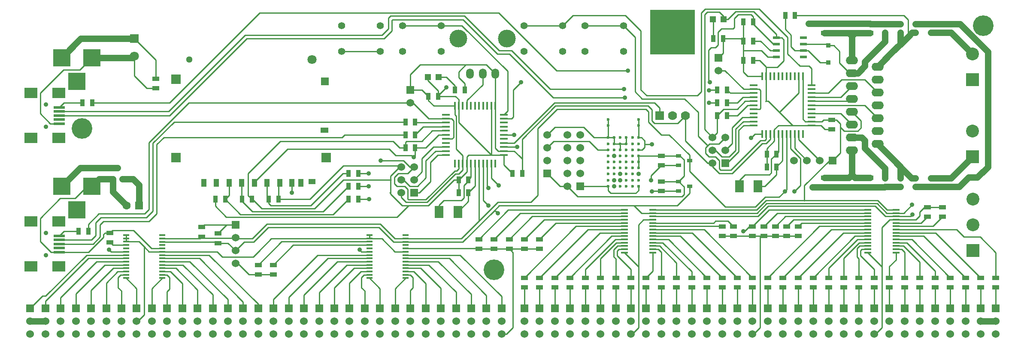
<source format=gtl>
G04 (created by PCBNEW (2013-may-18)-stable) date Tue 18 Mar 2014 20:31:26 GMT*
%MOIN*%
G04 Gerber Fmt 3.4, Leading zero omitted, Abs format*
%FSLAX34Y34*%
G01*
G70*
G90*
G04 APERTURE LIST*
%ADD10C,0.00590551*%
%ADD11C,0.07*%
%ADD12R,0.07X0.07*%
%ADD13R,0.35X0.35*%
%ADD14R,0.016X0.06*%
%ADD15R,0.06X0.016*%
%ADD16R,0.0906X0.0197*%
%ADD17R,0.0984X0.0787*%
%ADD18C,0.0354*%
%ADD19R,0.0315X0.0394*%
%ADD20R,0.0394X0.0315*%
%ADD21C,0.023622*%
%ADD22R,0.023622X0.023622*%
%ADD23R,0.0579X0.0165*%
%ADD24C,0.055*%
%ADD25R,0.05X0.016*%
%ADD26R,0.0335X0.0335*%
%ADD27R,0.0551X0.0236*%
%ADD28R,0.055X0.035*%
%ADD29R,0.035X0.055*%
%ADD30R,0.06X0.06*%
%ADD31C,0.06*%
%ADD32O,0.0944882X0.0629921*%
%ADD33R,0.0472X0.0472*%
%ADD34R,0.0669291X0.0944882*%
%ADD35R,0.0708661X0.0708661*%
%ADD36C,0.0708661*%
%ADD37R,0.0629921X0.0629921*%
%ADD38C,0.0629921*%
%ADD39R,0.1X0.1*%
%ADD40C,0.1*%
%ADD41R,0.1378X0.1378*%
%ADD42R,0.0315X0.0236*%
%ADD43R,0.0413X0.0614*%
%ADD44R,0.0531X0.0433*%
%ADD45R,0.0748X0.0748*%
%ADD46R,0.063X0.0433*%
%ADD47R,0.063X0.063*%
%ADD48C,0.0512*%
%ADD49C,0.0709*%
%ADD50C,0.16*%
%ADD51O,0.0590551X0.0787402*%
%ADD52C,0.137795*%
%ADD53C,0.035*%
%ADD54C,0.01*%
%ADD55C,0.05*%
G04 APERTURE END LIST*
G54D10*
G54D11*
X102870Y-68000D03*
G54D12*
X100870Y-68000D03*
G54D11*
X101870Y-68000D03*
G54D13*
X101870Y-61500D03*
G54D14*
X110397Y-64950D03*
X110082Y-64950D03*
X109767Y-64950D03*
X109452Y-64950D03*
X109137Y-64950D03*
X108822Y-64950D03*
X110712Y-64950D03*
X111027Y-64950D03*
X111342Y-64950D03*
X111657Y-64950D03*
X111972Y-64950D03*
X110397Y-69450D03*
X110082Y-69450D03*
X109767Y-69450D03*
X109452Y-69450D03*
X109137Y-69450D03*
X108822Y-69450D03*
X110712Y-69450D03*
X111027Y-69450D03*
X111342Y-69450D03*
X111657Y-69450D03*
X111972Y-69450D03*
G54D15*
X108147Y-67200D03*
X112647Y-67200D03*
X108147Y-67515D03*
X112647Y-67515D03*
X112647Y-67830D03*
X108147Y-67830D03*
X108147Y-68145D03*
X112647Y-68145D03*
X112647Y-68460D03*
X108147Y-68460D03*
X108147Y-68775D03*
X112647Y-68775D03*
X112647Y-66885D03*
X108147Y-66885D03*
X108147Y-66570D03*
X112647Y-66570D03*
X112647Y-66255D03*
X108147Y-66255D03*
X108147Y-65940D03*
X112647Y-65940D03*
X112647Y-65625D03*
X108147Y-65625D03*
G54D16*
X54212Y-67370D03*
X54212Y-67685D03*
X54212Y-68000D03*
X54212Y-68315D03*
X54212Y-68630D03*
G54D17*
X54173Y-66248D03*
X52008Y-66248D03*
X54173Y-69752D03*
X52008Y-69752D03*
G54D18*
X53189Y-67134D03*
X53189Y-68866D03*
G54D16*
X54212Y-77370D03*
X54212Y-77685D03*
X54212Y-78000D03*
X54212Y-78315D03*
X54212Y-78630D03*
G54D17*
X54173Y-76248D03*
X52008Y-76248D03*
X54173Y-79752D03*
X52008Y-79752D03*
G54D18*
X53189Y-77134D03*
X53189Y-78866D03*
G54D19*
X58759Y-72067D03*
X59134Y-72933D03*
X58384Y-72933D03*
G54D20*
X103188Y-71500D03*
X102322Y-71875D03*
X102322Y-71125D03*
X103188Y-73500D03*
X102322Y-73875D03*
X102322Y-73125D03*
G54D21*
X96850Y-68303D03*
X96850Y-68775D03*
X96850Y-69720D03*
X96850Y-70192D03*
X96850Y-70665D03*
X96850Y-71137D03*
X96850Y-71610D03*
X96850Y-72082D03*
X96850Y-72555D03*
X96850Y-73027D03*
X96850Y-73500D03*
X97322Y-73500D03*
X97322Y-73027D03*
X97322Y-72555D03*
X97322Y-72082D03*
X97322Y-71610D03*
X97322Y-71137D03*
X97322Y-70665D03*
X97322Y-70192D03*
X97322Y-69720D03*
X97795Y-69720D03*
X97795Y-70192D03*
X97795Y-70665D03*
X97795Y-71137D03*
X97795Y-71610D03*
X97795Y-72082D03*
X97795Y-72555D03*
X97795Y-73027D03*
X97795Y-73500D03*
X98267Y-73500D03*
X98267Y-73027D03*
X98267Y-72555D03*
X98267Y-72082D03*
X98267Y-71610D03*
X98267Y-71137D03*
X98267Y-70665D03*
X98267Y-70192D03*
X98267Y-69720D03*
X98740Y-69720D03*
X98740Y-70192D03*
X98740Y-70665D03*
X98740Y-71137D03*
X98740Y-71610D03*
X98740Y-72082D03*
X98740Y-72555D03*
X98740Y-73027D03*
X98740Y-73500D03*
G54D22*
X99212Y-73500D03*
G54D21*
X99212Y-73027D03*
X99212Y-72555D03*
X99212Y-72082D03*
X99212Y-71610D03*
X99212Y-71137D03*
X99212Y-70665D03*
X99212Y-70192D03*
X99212Y-69720D03*
X99212Y-68775D03*
X99212Y-68303D03*
G54D23*
X117008Y-76872D03*
X117008Y-77128D03*
X117008Y-77384D03*
X117008Y-77640D03*
X119210Y-76108D03*
X117008Y-76104D03*
X117008Y-76360D03*
X117008Y-76616D03*
X119212Y-77896D03*
X119212Y-77640D03*
X119212Y-77384D03*
X119212Y-77128D03*
X119212Y-76872D03*
X119212Y-76616D03*
X117008Y-77896D03*
X119210Y-76360D03*
X117008Y-75848D03*
X117008Y-78152D03*
X119212Y-78152D03*
X119212Y-75848D03*
X117008Y-75593D03*
X117008Y-78407D03*
X119212Y-78407D03*
X119212Y-75593D03*
X117008Y-75337D03*
X117008Y-78663D03*
X119212Y-78663D03*
X119212Y-75337D03*
X98110Y-76872D03*
X98110Y-77128D03*
X98110Y-77384D03*
X98110Y-77640D03*
X100312Y-76108D03*
X98110Y-76104D03*
X98110Y-76360D03*
X98110Y-76616D03*
X100314Y-77896D03*
X100314Y-77640D03*
X100314Y-77384D03*
X100314Y-77128D03*
X100314Y-76872D03*
X100314Y-76616D03*
X98110Y-77896D03*
X100312Y-76360D03*
X98110Y-75848D03*
X98110Y-78152D03*
X100314Y-78152D03*
X100314Y-75848D03*
X98110Y-75593D03*
X98110Y-78407D03*
X100314Y-78407D03*
X100314Y-75593D03*
X98110Y-75337D03*
X98110Y-78663D03*
X100314Y-78663D03*
X100314Y-75337D03*
G54D14*
X86515Y-67250D03*
X86200Y-67250D03*
X85885Y-67250D03*
X85570Y-67250D03*
X85255Y-67250D03*
X84940Y-67250D03*
X86830Y-67250D03*
X87145Y-67250D03*
X87460Y-67250D03*
X87775Y-67250D03*
X88090Y-67250D03*
X86515Y-71750D03*
X86200Y-71750D03*
X85885Y-71750D03*
X85570Y-71750D03*
X85255Y-71750D03*
X84940Y-71750D03*
X86830Y-71750D03*
X87145Y-71750D03*
X87460Y-71750D03*
X87775Y-71750D03*
X88090Y-71750D03*
G54D15*
X84265Y-69500D03*
X88765Y-69500D03*
X84265Y-69815D03*
X88765Y-69815D03*
X88765Y-70130D03*
X84265Y-70130D03*
X84265Y-70445D03*
X88765Y-70445D03*
X88765Y-70760D03*
X84265Y-70760D03*
X84265Y-71075D03*
X88765Y-71075D03*
X88765Y-69185D03*
X84265Y-69185D03*
X84265Y-68870D03*
X88765Y-68870D03*
X88765Y-68555D03*
X84265Y-68555D03*
X84265Y-68240D03*
X88765Y-68240D03*
X88765Y-67925D03*
X84265Y-67925D03*
G54D24*
X93330Y-61000D03*
X93330Y-63000D03*
X90330Y-61000D03*
X90330Y-63000D03*
X80881Y-63000D03*
X80881Y-61000D03*
X83881Y-63000D03*
X83881Y-61000D03*
G54D25*
X81124Y-80650D03*
X81124Y-80400D03*
X81124Y-80140D03*
X81124Y-79880D03*
X81124Y-79630D03*
X81124Y-79370D03*
X81124Y-79110D03*
X81124Y-78860D03*
X81124Y-78600D03*
X81124Y-78350D03*
X81124Y-78090D03*
X81124Y-77830D03*
X81124Y-77580D03*
X81124Y-77320D03*
X78324Y-77320D03*
X78324Y-77580D03*
X78324Y-77820D03*
X78324Y-78090D03*
X78324Y-78350D03*
X78324Y-78600D03*
X78324Y-78860D03*
X78324Y-79110D03*
X78324Y-79370D03*
X78324Y-79630D03*
X78324Y-79880D03*
X78324Y-80140D03*
X78324Y-80400D03*
X78324Y-80650D03*
X62226Y-80650D03*
X62226Y-80400D03*
X62226Y-80140D03*
X62226Y-79880D03*
X62226Y-79630D03*
X62226Y-79370D03*
X62226Y-79110D03*
X62226Y-78860D03*
X62226Y-78600D03*
X62226Y-78350D03*
X62226Y-78090D03*
X62226Y-77830D03*
X62226Y-77580D03*
X62226Y-77320D03*
X59426Y-77320D03*
X59426Y-77580D03*
X59426Y-77820D03*
X59426Y-78090D03*
X59426Y-78350D03*
X59426Y-78600D03*
X59426Y-78860D03*
X59426Y-79110D03*
X59426Y-79370D03*
X59426Y-79630D03*
X59426Y-79880D03*
X59426Y-80140D03*
X59426Y-80400D03*
X59426Y-80650D03*
G54D26*
X113940Y-63859D03*
X113940Y-62541D03*
G54D27*
X109938Y-63450D03*
X112038Y-63450D03*
X109938Y-62950D03*
X109938Y-62450D03*
X109938Y-61950D03*
X112038Y-62950D03*
X112038Y-62450D03*
X112038Y-61950D03*
G54D28*
X113976Y-81375D03*
X113976Y-80625D03*
X117519Y-81375D03*
X117519Y-80625D03*
X126968Y-80625D03*
X126968Y-81375D03*
X125787Y-80625D03*
X125787Y-81375D03*
X116338Y-81375D03*
X116338Y-80625D03*
X115157Y-81375D03*
X115157Y-80625D03*
X118700Y-80625D03*
X118700Y-81375D03*
X112795Y-81375D03*
X112795Y-80625D03*
X111614Y-81375D03*
X111614Y-80625D03*
X110433Y-81375D03*
X110433Y-80625D03*
X122834Y-75875D03*
X122834Y-75125D03*
X93897Y-81375D03*
X93897Y-80625D03*
X121653Y-75875D03*
X121653Y-75125D03*
X111614Y-76625D03*
X111614Y-77375D03*
X110728Y-76625D03*
X110728Y-77375D03*
X109842Y-76625D03*
X109842Y-77375D03*
X108956Y-76625D03*
X108956Y-77375D03*
X108070Y-76625D03*
X108070Y-77375D03*
X95078Y-81375D03*
X95078Y-80625D03*
X58169Y-77875D03*
X58169Y-77125D03*
X90354Y-81375D03*
X90354Y-80625D03*
X96259Y-81375D03*
X96259Y-80625D03*
X97440Y-81375D03*
X97440Y-80625D03*
X98622Y-81375D03*
X98622Y-80625D03*
X108070Y-80625D03*
X108070Y-81375D03*
X106889Y-80625D03*
X106889Y-81375D03*
X105708Y-80625D03*
X105708Y-81375D03*
X104527Y-80625D03*
X104527Y-81375D03*
X92716Y-81375D03*
X92716Y-80625D03*
X103346Y-80625D03*
X103346Y-81375D03*
X102165Y-80625D03*
X102165Y-81375D03*
X100984Y-80625D03*
X100984Y-81375D03*
X99803Y-80625D03*
X99803Y-81375D03*
X70866Y-79625D03*
X70866Y-80375D03*
X69685Y-79625D03*
X69685Y-80375D03*
X124606Y-80625D03*
X124606Y-81375D03*
X105708Y-76625D03*
X105708Y-77375D03*
X106594Y-76625D03*
X106594Y-77375D03*
X91535Y-77625D03*
X91535Y-78375D03*
X90354Y-77625D03*
X90354Y-78375D03*
X89173Y-77625D03*
X89173Y-78375D03*
X87992Y-77625D03*
X87992Y-78375D03*
X86811Y-77625D03*
X86811Y-78375D03*
X100984Y-73125D03*
X100984Y-73875D03*
X100984Y-71125D03*
X100984Y-71875D03*
X61712Y-65125D03*
X61712Y-65875D03*
X91535Y-81375D03*
X91535Y-80625D03*
X119881Y-80625D03*
X119881Y-81375D03*
X121062Y-80625D03*
X121062Y-81375D03*
X122244Y-80625D03*
X122244Y-81375D03*
X123425Y-80625D03*
X123425Y-81375D03*
G54D29*
X67107Y-74500D03*
X66357Y-74500D03*
X109922Y-72000D03*
X109172Y-72000D03*
G54D28*
X117188Y-72825D03*
X117188Y-73575D03*
X116007Y-72825D03*
X116007Y-73575D03*
X114826Y-72825D03*
X114826Y-73575D03*
X113645Y-72825D03*
X113645Y-73575D03*
X117188Y-61575D03*
X117188Y-60825D03*
X116007Y-61575D03*
X116007Y-60825D03*
X113645Y-61575D03*
X113645Y-60825D03*
G54D29*
X107365Y-63700D03*
X108115Y-63700D03*
G54D28*
X114236Y-68325D03*
X114236Y-69075D03*
G54D29*
X56477Y-77000D03*
X55727Y-77000D03*
X70491Y-74500D03*
X71241Y-74500D03*
X68424Y-74500D03*
X69174Y-74500D03*
G54D28*
X114826Y-61575D03*
X114826Y-60825D03*
G54D29*
X76691Y-72500D03*
X77441Y-72500D03*
X76691Y-73500D03*
X77441Y-73500D03*
X76691Y-74500D03*
X77441Y-74500D03*
X85709Y-66000D03*
X84959Y-66000D03*
X81121Y-68500D03*
X81871Y-68500D03*
X81121Y-69500D03*
X81871Y-69500D03*
X81871Y-70500D03*
X81121Y-70500D03*
X86004Y-73000D03*
X85254Y-73000D03*
X86004Y-74000D03*
X85254Y-74000D03*
G54D28*
X65300Y-76675D03*
X65300Y-77425D03*
G54D29*
X107365Y-60700D03*
X108115Y-60700D03*
X107365Y-62200D03*
X108115Y-62200D03*
X111363Y-60200D03*
X110613Y-60200D03*
G54D28*
X66550Y-77175D03*
X66550Y-77925D03*
G54D29*
X105333Y-67000D03*
X106083Y-67000D03*
X105333Y-66000D03*
X106083Y-66000D03*
X105788Y-62000D03*
X105038Y-62000D03*
X82892Y-66500D03*
X83642Y-66500D03*
X90175Y-72500D03*
X89425Y-72500D03*
X56772Y-67000D03*
X56022Y-67000D03*
X106083Y-68000D03*
X105333Y-68000D03*
X109922Y-71000D03*
X109172Y-71000D03*
G54D30*
X114295Y-71500D03*
G54D31*
X113295Y-71500D03*
X112295Y-71500D03*
X111295Y-71500D03*
G54D30*
X92125Y-72500D03*
G54D31*
X92125Y-71500D03*
X92125Y-70500D03*
X92125Y-69500D03*
G54D30*
X67913Y-76500D03*
G54D31*
X67913Y-77500D03*
X67913Y-78500D03*
X67913Y-79500D03*
G54D30*
X105968Y-71700D03*
G54D31*
X104968Y-71700D03*
X105968Y-70700D03*
X104968Y-70700D03*
X105968Y-69700D03*
X104968Y-69700D03*
G54D30*
X81791Y-74000D03*
G54D31*
X80791Y-74000D03*
X81791Y-73000D03*
X80791Y-73000D03*
X81791Y-72000D03*
X80791Y-72000D03*
G54D30*
X68503Y-83000D03*
G54D31*
X68503Y-84000D03*
X68503Y-85000D03*
G54D30*
X82677Y-83000D03*
G54D31*
X82677Y-84000D03*
X82677Y-85000D03*
G54D30*
X83858Y-83000D03*
G54D31*
X83858Y-84000D03*
X83858Y-85000D03*
G54D30*
X67322Y-83000D03*
G54D31*
X67322Y-84000D03*
X67322Y-85000D03*
G54D30*
X62598Y-83000D03*
G54D31*
X62598Y-84000D03*
X62598Y-85000D03*
G54D30*
X69685Y-83000D03*
G54D31*
X69685Y-84000D03*
X69685Y-85000D03*
G54D30*
X70866Y-83000D03*
G54D31*
X70866Y-84000D03*
X70866Y-85000D03*
G54D30*
X85039Y-83000D03*
G54D31*
X85039Y-84000D03*
X85039Y-85000D03*
G54D30*
X86220Y-83000D03*
G54D31*
X86220Y-84000D03*
X86220Y-85000D03*
G54D30*
X87401Y-83000D03*
G54D31*
X87401Y-84000D03*
X87401Y-85000D03*
G54D30*
X72047Y-83000D03*
G54D31*
X72047Y-84000D03*
X72047Y-85000D03*
G54D30*
X88582Y-83000D03*
G54D31*
X88582Y-84000D03*
X88582Y-85000D03*
G54D30*
X79133Y-83000D03*
G54D31*
X79133Y-84000D03*
X79133Y-85000D03*
G54D30*
X75590Y-83000D03*
G54D31*
X75590Y-84000D03*
X75590Y-85000D03*
G54D30*
X74409Y-83000D03*
G54D31*
X74409Y-84000D03*
X74409Y-85000D03*
G54D30*
X73228Y-83000D03*
G54D31*
X73228Y-84000D03*
X73228Y-85000D03*
G54D30*
X53149Y-83000D03*
G54D31*
X53149Y-84000D03*
X53149Y-85000D03*
G54D30*
X54330Y-83000D03*
G54D31*
X54330Y-84000D03*
X54330Y-85000D03*
G54D30*
X55511Y-83000D03*
G54D31*
X55511Y-84000D03*
X55511Y-85000D03*
G54D30*
X76771Y-83000D03*
G54D31*
X76771Y-84000D03*
X76771Y-85000D03*
G54D30*
X51968Y-83000D03*
G54D31*
X51968Y-84000D03*
X51968Y-85000D03*
G54D30*
X77952Y-83000D03*
G54D31*
X77952Y-84000D03*
X77952Y-85000D03*
G54D30*
X66141Y-83000D03*
G54D31*
X66141Y-84000D03*
X66141Y-85000D03*
G54D30*
X80314Y-83000D03*
G54D31*
X80314Y-84000D03*
X80314Y-85000D03*
G54D30*
X81496Y-83000D03*
G54D31*
X81496Y-84000D03*
X81496Y-85000D03*
G54D30*
X56692Y-83000D03*
G54D31*
X56692Y-84000D03*
X56692Y-85000D03*
G54D30*
X57874Y-83000D03*
G54D31*
X57874Y-84000D03*
X57874Y-85000D03*
G54D30*
X59055Y-83000D03*
G54D31*
X59055Y-84000D03*
X59055Y-85000D03*
G54D30*
X60236Y-83000D03*
G54D31*
X60236Y-84000D03*
X60236Y-85000D03*
G54D30*
X61417Y-83000D03*
G54D31*
X61417Y-84000D03*
X61417Y-85000D03*
G54D30*
X63779Y-83000D03*
G54D31*
X63779Y-84000D03*
X63779Y-85000D03*
G54D30*
X64960Y-83000D03*
G54D31*
X64960Y-84000D03*
X64960Y-85000D03*
G54D30*
X119881Y-83000D03*
G54D31*
X119881Y-84000D03*
X119881Y-85000D03*
G54D30*
X116338Y-83000D03*
G54D31*
X116338Y-84000D03*
X116338Y-85000D03*
G54D30*
X115157Y-83000D03*
G54D31*
X115157Y-84000D03*
X115157Y-85000D03*
G54D30*
X113976Y-83000D03*
G54D31*
X113976Y-84000D03*
X113976Y-85000D03*
G54D30*
X112795Y-83000D03*
G54D31*
X112795Y-84000D03*
X112795Y-85000D03*
G54D30*
X111614Y-83000D03*
G54D31*
X111614Y-84000D03*
X111614Y-85000D03*
G54D30*
X110433Y-83000D03*
G54D31*
X110433Y-84000D03*
X110433Y-85000D03*
G54D30*
X118700Y-83000D03*
G54D31*
X118700Y-84000D03*
X118700Y-85000D03*
G54D30*
X97440Y-83000D03*
G54D31*
X97440Y-84000D03*
X97440Y-85000D03*
G54D30*
X121062Y-83000D03*
G54D31*
X121062Y-84000D03*
X121062Y-85000D03*
G54D30*
X122244Y-83000D03*
G54D31*
X122244Y-84000D03*
X122244Y-85000D03*
G54D30*
X123425Y-83000D03*
G54D31*
X123425Y-84000D03*
X123425Y-85000D03*
G54D30*
X124606Y-83000D03*
G54D31*
X124606Y-84000D03*
X124606Y-85000D03*
G54D30*
X125787Y-83000D03*
G54D31*
X125787Y-84000D03*
X125787Y-85000D03*
G54D30*
X126968Y-83000D03*
G54D31*
X126968Y-84000D03*
X126968Y-85000D03*
G54D30*
X98622Y-83000D03*
G54D31*
X98622Y-84000D03*
X98622Y-85000D03*
G54D30*
X96259Y-83000D03*
G54D31*
X96259Y-84000D03*
X96259Y-85000D03*
G54D30*
X117519Y-83000D03*
G54D31*
X117519Y-84000D03*
X117519Y-85000D03*
G54D30*
X95078Y-83000D03*
G54D31*
X95078Y-84000D03*
X95078Y-85000D03*
G54D30*
X93897Y-83000D03*
G54D31*
X93897Y-84000D03*
X93897Y-85000D03*
G54D30*
X92716Y-83000D03*
G54D31*
X92716Y-84000D03*
X92716Y-85000D03*
G54D30*
X91535Y-83000D03*
G54D31*
X91535Y-84000D03*
X91535Y-85000D03*
G54D30*
X90354Y-83000D03*
G54D31*
X90354Y-84000D03*
X90354Y-85000D03*
G54D30*
X99803Y-83000D03*
G54D31*
X99803Y-84000D03*
X99803Y-85000D03*
G54D30*
X100984Y-83000D03*
G54D31*
X100984Y-84000D03*
X100984Y-85000D03*
G54D30*
X102165Y-83000D03*
G54D31*
X102165Y-84000D03*
X102165Y-85000D03*
G54D30*
X103346Y-83000D03*
G54D31*
X103346Y-84000D03*
X103346Y-85000D03*
G54D30*
X104527Y-83000D03*
G54D31*
X104527Y-84000D03*
X104527Y-85000D03*
G54D30*
X105708Y-83000D03*
G54D31*
X105708Y-84000D03*
X105708Y-85000D03*
G54D30*
X106889Y-83000D03*
G54D31*
X106889Y-84000D03*
X106889Y-85000D03*
G54D30*
X108070Y-83000D03*
G54D31*
X108070Y-84000D03*
X108070Y-85000D03*
G54D30*
X105413Y-63500D03*
G54D31*
X105413Y-64500D03*
G54D30*
X81496Y-66000D03*
G54D31*
X81496Y-67000D03*
G54D32*
X115779Y-63700D03*
X117779Y-64200D03*
X115779Y-64700D03*
X117779Y-65200D03*
X115779Y-65700D03*
X117779Y-66200D03*
X115779Y-66700D03*
X117779Y-67200D03*
X115779Y-67700D03*
X117779Y-68200D03*
X115779Y-68700D03*
X117779Y-69200D03*
X115779Y-69700D03*
X117779Y-70200D03*
X115779Y-70700D03*
G54D33*
X105000Y-60500D03*
X105826Y-60500D03*
X83680Y-65000D03*
X82854Y-65000D03*
G54D34*
X108503Y-73500D03*
X107047Y-73500D03*
X85177Y-75500D03*
X83720Y-75500D03*
G54D35*
X60050Y-62011D03*
G54D36*
X60050Y-63388D03*
G54D37*
X60433Y-75000D03*
G54D38*
X59448Y-75000D03*
G54D39*
X125196Y-78500D03*
G54D40*
X125196Y-76500D03*
X125196Y-74500D03*
G54D41*
X56771Y-63500D03*
X54409Y-63500D03*
X55590Y-65350D03*
X56771Y-73500D03*
X54409Y-73500D03*
X55590Y-75350D03*
G54D28*
X109251Y-81375D03*
X109251Y-80625D03*
G54D39*
X125161Y-65200D03*
G54D40*
X125161Y-63200D03*
G54D42*
X121913Y-73535D03*
X121913Y-72865D03*
X118370Y-61535D03*
X118370Y-60865D03*
X119551Y-61535D03*
X119551Y-60865D03*
X118370Y-72865D03*
X118370Y-73535D03*
X120732Y-73535D03*
X120732Y-72865D03*
X121913Y-60865D03*
X121913Y-61535D03*
X120732Y-60865D03*
X120732Y-61535D03*
X119551Y-72865D03*
X119551Y-73535D03*
G54D39*
X125161Y-71200D03*
G54D40*
X125161Y-69200D03*
G54D30*
X94692Y-73500D03*
G54D31*
X93692Y-73500D03*
X94692Y-72500D03*
X93692Y-72500D03*
X94692Y-71500D03*
X93692Y-71500D03*
X94692Y-70500D03*
X93692Y-70500D03*
X94692Y-69500D03*
X93692Y-69500D03*
G54D30*
X109251Y-83000D03*
G54D31*
X109251Y-84000D03*
X109251Y-85000D03*
G54D24*
X76157Y-63000D03*
X76157Y-61000D03*
X79157Y-63000D03*
X79157Y-61000D03*
X98055Y-61000D03*
X98055Y-63000D03*
X95055Y-61000D03*
X95055Y-63000D03*
G54D43*
X65444Y-73226D03*
X66428Y-73226D03*
X67413Y-73226D03*
X68397Y-73226D03*
X69381Y-73226D03*
X70365Y-73226D03*
X71350Y-73226D03*
X72302Y-73226D03*
X72972Y-73226D03*
G54D44*
X73869Y-73136D03*
G54D45*
X63287Y-71270D03*
X63287Y-65187D03*
X74948Y-71270D03*
G54D46*
X74822Y-69144D03*
G54D47*
X74842Y-65337D03*
G54D48*
X64330Y-63632D03*
G54D49*
X73858Y-63632D03*
G54D50*
X56000Y-69000D03*
X126000Y-61000D03*
X88000Y-80000D03*
G54D51*
X86122Y-64755D03*
X87106Y-64755D03*
X88090Y-64755D03*
G54D52*
X85216Y-62000D03*
X88996Y-62000D03*
G54D53*
X81750Y-71250D03*
X107350Y-77000D03*
X110585Y-73900D03*
X120500Y-75700D03*
X90100Y-65400D03*
X104750Y-65400D03*
X72300Y-74000D03*
X78250Y-73500D03*
X88300Y-75600D03*
X87550Y-75000D03*
X111335Y-73900D03*
X120450Y-74950D03*
X79200Y-71500D03*
X78250Y-72500D03*
X89550Y-69500D03*
X78300Y-74500D03*
X88350Y-73450D03*
X58100Y-78450D03*
X87550Y-73650D03*
X77550Y-78450D03*
X89800Y-70450D03*
X84300Y-65800D03*
X112712Y-73574D03*
X112409Y-60826D03*
X100240Y-70250D03*
X104700Y-67000D03*
X98150Y-66600D03*
X104700Y-66050D03*
X98100Y-65950D03*
X126342Y-67200D03*
X107950Y-69750D03*
X98400Y-64500D03*
X97795Y-73027D03*
X100250Y-73900D03*
X97795Y-72555D03*
X100200Y-73050D03*
X99212Y-72555D03*
X97322Y-73027D03*
X97322Y-73500D03*
X97322Y-71137D03*
G54D54*
X69381Y-73226D02*
X69381Y-73168D01*
X81600Y-71100D02*
X81750Y-71250D01*
X80350Y-71100D02*
X81600Y-71100D01*
X79850Y-70600D02*
X80350Y-71100D01*
X71950Y-70600D02*
X79850Y-70600D01*
X69381Y-73168D02*
X71950Y-70600D01*
X81871Y-70500D02*
X81871Y-71128D01*
X81871Y-71128D02*
X81750Y-71250D01*
X84265Y-69500D02*
X83677Y-69500D01*
X82677Y-70500D02*
X81871Y-70500D01*
X83677Y-69500D02*
X82677Y-70500D01*
X102322Y-73125D02*
X102322Y-73132D01*
X94492Y-74300D02*
X93692Y-73500D01*
X102590Y-74300D02*
X94492Y-74300D01*
X102740Y-74150D02*
X102590Y-74300D01*
X102740Y-73550D02*
X102740Y-74150D01*
X102322Y-73132D02*
X102740Y-73550D01*
X102322Y-71125D02*
X102415Y-71125D01*
X102740Y-72707D02*
X102322Y-73125D01*
X102740Y-71450D02*
X102740Y-72707D01*
X102415Y-71125D02*
X102740Y-71450D01*
X100984Y-73125D02*
X102322Y-73125D01*
X100984Y-71125D02*
X102322Y-71125D01*
X99212Y-71137D02*
X100833Y-71137D01*
X100833Y-71137D02*
X100846Y-71125D01*
X99212Y-71610D02*
X99212Y-72082D01*
X99212Y-71137D02*
X99212Y-71610D01*
X93692Y-73500D02*
X93125Y-73500D01*
X93125Y-73500D02*
X92125Y-72500D01*
X81496Y-66000D02*
X81496Y-64803D01*
X82250Y-64050D02*
X86100Y-64050D01*
X81496Y-64803D02*
X82250Y-64050D01*
X85709Y-66000D02*
X85709Y-65509D01*
X85709Y-65509D02*
X85250Y-65050D01*
X85250Y-65050D02*
X85250Y-64600D01*
X85250Y-64600D02*
X85800Y-64050D01*
X85800Y-64050D02*
X86100Y-64050D01*
X87384Y-64050D02*
X88090Y-64755D01*
X86100Y-64050D02*
X87384Y-64050D01*
X88090Y-67250D02*
X88090Y-64756D01*
X88090Y-64756D02*
X88090Y-64755D01*
X90175Y-72500D02*
X90175Y-69825D01*
X102270Y-68600D02*
X102870Y-68000D01*
X100450Y-68600D02*
X102270Y-68600D01*
X100250Y-68400D02*
X100450Y-68600D01*
X100250Y-67550D02*
X100250Y-68400D01*
X99950Y-67250D02*
X100250Y-67550D01*
X92750Y-67250D02*
X99950Y-67250D01*
X90175Y-69825D02*
X92750Y-67250D01*
X102870Y-68000D02*
X102870Y-69970D01*
X102870Y-69970D02*
X104600Y-71700D01*
X104600Y-71700D02*
X104968Y-71700D01*
X114295Y-71500D02*
X114300Y-71500D01*
X114700Y-71100D02*
X114700Y-71095D01*
X114300Y-71500D02*
X114700Y-71100D01*
X81496Y-66000D02*
X82392Y-66000D01*
X82392Y-66000D02*
X82892Y-66500D01*
X67913Y-76500D02*
X67225Y-76500D01*
X67225Y-76500D02*
X66550Y-77175D01*
X67913Y-76500D02*
X65475Y-76500D01*
X65475Y-76500D02*
X65300Y-76675D01*
X114295Y-71500D02*
X114050Y-71500D01*
X112100Y-74649D02*
X112100Y-74600D01*
X112100Y-73450D02*
X112100Y-74649D01*
X114050Y-71500D02*
X112100Y-73450D01*
X88090Y-67250D02*
X88090Y-70540D01*
X88090Y-70540D02*
X88310Y-70760D01*
X88310Y-70760D02*
X88765Y-70760D01*
X84940Y-67250D02*
X84940Y-67935D01*
X85570Y-71120D02*
X85570Y-71750D01*
X85050Y-70600D02*
X85570Y-71120D01*
X85050Y-68044D02*
X85050Y-70600D01*
X84940Y-67935D02*
X85050Y-68044D01*
X82892Y-66500D02*
X82892Y-66829D01*
X82892Y-66829D02*
X83312Y-67250D01*
X83312Y-67250D02*
X84940Y-67250D01*
X85570Y-71750D02*
X85570Y-72229D01*
X80791Y-74391D02*
X80791Y-74000D01*
X81150Y-74750D02*
X80791Y-74391D01*
X82782Y-74750D02*
X81150Y-74750D01*
X84982Y-72550D02*
X82782Y-74750D01*
X85250Y-72550D02*
X84982Y-72550D01*
X85570Y-72229D02*
X85250Y-72550D01*
X88765Y-70760D02*
X89550Y-70760D01*
X89550Y-70760D02*
X89560Y-70760D01*
X89560Y-70760D02*
X89950Y-71150D01*
X89950Y-71150D02*
X90175Y-71375D01*
X90175Y-71375D02*
X90175Y-72500D01*
X114900Y-68800D02*
X114900Y-70894D01*
X114900Y-70894D02*
X114700Y-71095D01*
X100314Y-75337D02*
X108380Y-75337D01*
X108380Y-75337D02*
X109117Y-74600D01*
X109117Y-74600D02*
X112100Y-74600D01*
X118537Y-75337D02*
X119212Y-75337D01*
X112100Y-74600D02*
X117800Y-74600D01*
X117800Y-74600D02*
X118537Y-75337D01*
X108070Y-76625D02*
X107825Y-76625D01*
X107450Y-77000D02*
X107350Y-77000D01*
X107825Y-76625D02*
X107450Y-77000D01*
X105788Y-62000D02*
X107164Y-62000D01*
X107164Y-62000D02*
X107365Y-62200D01*
X105788Y-62000D02*
X105788Y-63125D01*
X105788Y-63125D02*
X105413Y-63500D01*
X119212Y-75337D02*
X118737Y-75337D01*
X109452Y-69450D02*
X109452Y-69833D01*
X109452Y-69833D02*
X109119Y-70166D01*
X109119Y-70166D02*
X108819Y-70166D01*
X108819Y-70166D02*
X106485Y-72500D01*
X106485Y-72500D02*
X105485Y-72500D01*
X105485Y-72500D02*
X104968Y-71982D01*
X104968Y-71982D02*
X104968Y-71700D01*
X109938Y-63450D02*
X109250Y-63450D01*
X108750Y-62950D02*
X107365Y-62950D01*
X109250Y-63450D02*
X108750Y-62950D01*
X108822Y-64950D02*
X107694Y-64950D01*
X107365Y-64621D02*
X107365Y-63700D01*
X107694Y-64950D02*
X107365Y-64621D01*
X107365Y-63700D02*
X107365Y-62950D01*
X107365Y-62950D02*
X107365Y-62200D01*
X107365Y-60700D02*
X107365Y-62200D01*
X111972Y-64950D02*
X111972Y-68273D01*
X112160Y-68460D02*
X112647Y-68460D01*
X111972Y-68273D02*
X112160Y-68460D01*
X116500Y-68421D02*
X115779Y-67700D01*
X116500Y-68950D02*
X116500Y-68421D01*
X116250Y-69200D02*
X116500Y-68950D01*
X115200Y-69200D02*
X116250Y-69200D01*
X114900Y-68900D02*
X115200Y-69200D01*
X114900Y-68650D02*
X114900Y-68800D01*
X114900Y-68800D02*
X114900Y-68900D01*
X114575Y-68325D02*
X114900Y-68650D01*
X114236Y-68325D02*
X114575Y-68325D01*
X113575Y-68325D02*
X114236Y-68325D01*
X113440Y-68460D02*
X113575Y-68325D01*
X112647Y-68460D02*
X113440Y-68460D01*
X117008Y-75337D02*
X109358Y-75337D01*
X109358Y-75337D02*
X108070Y-76625D01*
X102870Y-68000D02*
X102870Y-67770D01*
X103188Y-71500D02*
X103188Y-71088D01*
X91400Y-69000D02*
X91400Y-71700D01*
X92900Y-67500D02*
X91400Y-69000D01*
X99800Y-67500D02*
X92900Y-67500D01*
X100000Y-67700D02*
X99800Y-67500D01*
X100000Y-68500D02*
X100000Y-67700D01*
X101000Y-69500D02*
X100000Y-68500D01*
X101600Y-69500D02*
X101000Y-69500D01*
X103188Y-71088D02*
X101600Y-69500D01*
X62226Y-77580D02*
X65145Y-77580D01*
X65145Y-77580D02*
X65300Y-77425D01*
X67913Y-77500D02*
X67863Y-77550D01*
X65425Y-77550D02*
X65300Y-77425D01*
X67863Y-77550D02*
X65425Y-77550D01*
X86830Y-71750D02*
X86830Y-76219D01*
X86830Y-76219D02*
X86800Y-76250D01*
X69225Y-77575D02*
X67988Y-77575D01*
X67988Y-77575D02*
X67913Y-77500D01*
X85450Y-77580D02*
X85470Y-77580D01*
X85470Y-77580D02*
X86800Y-76250D01*
X86800Y-76250D02*
X88300Y-74750D01*
X88300Y-74750D02*
X90850Y-74750D01*
X90850Y-74750D02*
X91400Y-74200D01*
X91400Y-74200D02*
X91400Y-71700D01*
X91400Y-71700D02*
X91400Y-71450D01*
X91400Y-71650D02*
X91400Y-71450D01*
X84550Y-77580D02*
X85450Y-77580D01*
X103188Y-71500D02*
X103188Y-72338D01*
X110135Y-74350D02*
X110585Y-73900D01*
X109050Y-74350D02*
X110135Y-74350D01*
X108300Y-75100D02*
X109050Y-74350D01*
X105950Y-75100D02*
X108300Y-75100D01*
X103188Y-72338D02*
X105950Y-75100D01*
X100314Y-75848D02*
X108502Y-75848D01*
X118398Y-75848D02*
X119212Y-75848D01*
X117600Y-75050D02*
X118398Y-75848D01*
X109300Y-75050D02*
X117600Y-75050D01*
X108502Y-75848D02*
X109300Y-75050D01*
X119212Y-75848D02*
X120352Y-75848D01*
X120500Y-75700D02*
X120352Y-75848D01*
X110712Y-73773D02*
X110585Y-73900D01*
X110712Y-73773D02*
X110712Y-69450D01*
X84500Y-77580D02*
X84550Y-77580D01*
X84550Y-77580D02*
X84570Y-77580D01*
X81124Y-77580D02*
X84500Y-77580D01*
X80280Y-77580D02*
X81124Y-77580D01*
X79150Y-76450D02*
X80280Y-77580D01*
X70350Y-76450D02*
X79150Y-76450D01*
X69220Y-77580D02*
X69225Y-77575D01*
X69225Y-77575D02*
X70350Y-76450D01*
X88765Y-68240D02*
X89360Y-68240D01*
X89500Y-66000D02*
X90100Y-65400D01*
X89500Y-68100D02*
X89500Y-66000D01*
X89360Y-68240D02*
X89500Y-68100D01*
X108115Y-60700D02*
X108115Y-60315D01*
X104650Y-65300D02*
X104750Y-65400D01*
X104650Y-62900D02*
X104650Y-65300D01*
X104850Y-62700D02*
X104650Y-62900D01*
X105200Y-62700D02*
X104850Y-62700D01*
X105400Y-62500D02*
X105200Y-62700D01*
X105400Y-61500D02*
X105400Y-62500D01*
X105650Y-61250D02*
X105400Y-61500D01*
X106550Y-61250D02*
X105650Y-61250D01*
X106650Y-61150D02*
X106550Y-61250D01*
X106650Y-60450D02*
X106650Y-61150D01*
X106950Y-60150D02*
X106650Y-60450D01*
X107950Y-60150D02*
X106950Y-60150D01*
X108115Y-60315D02*
X107950Y-60150D01*
X109938Y-62450D02*
X109700Y-62450D01*
X108115Y-60865D02*
X108115Y-60700D01*
X109700Y-62450D02*
X108115Y-60865D01*
X105968Y-71700D02*
X106100Y-71700D01*
X106100Y-71700D02*
X107000Y-70800D01*
X107000Y-70800D02*
X107000Y-69150D01*
X107000Y-69150D02*
X107375Y-68775D01*
X107375Y-68775D02*
X108147Y-68775D01*
X104968Y-70700D02*
X105200Y-70700D01*
X105200Y-70700D02*
X105700Y-71200D01*
X105700Y-71200D02*
X106250Y-71200D01*
X106250Y-71200D02*
X106750Y-70700D01*
X106750Y-70700D02*
X106750Y-69050D01*
X106750Y-69050D02*
X107340Y-68460D01*
X107340Y-68460D02*
X108147Y-68460D01*
X95055Y-61000D02*
X98055Y-61000D01*
X98055Y-61000D02*
X98055Y-61005D01*
X103850Y-69600D02*
X104592Y-70342D01*
X103850Y-67750D02*
X103850Y-69600D01*
X102800Y-66700D02*
X103850Y-67750D01*
X99500Y-66700D02*
X102800Y-66700D01*
X98950Y-66150D02*
X99500Y-66700D01*
X98950Y-61900D02*
X98950Y-66150D01*
X98055Y-61005D02*
X98950Y-61900D01*
X105469Y-70200D02*
X105968Y-69700D01*
X104735Y-70200D02*
X105469Y-70200D01*
X104435Y-70500D02*
X104592Y-70342D01*
X104592Y-70342D02*
X104735Y-70200D01*
X104435Y-70950D02*
X104435Y-70500D01*
X104685Y-71200D02*
X104435Y-70950D01*
X105185Y-71200D02*
X104685Y-71200D01*
X105485Y-71500D02*
X105185Y-71200D01*
X105485Y-72150D02*
X105485Y-71500D01*
X105585Y-72250D02*
X105485Y-72150D01*
X106385Y-72250D02*
X105585Y-72250D01*
X108685Y-69950D02*
X106385Y-72250D01*
X109035Y-69950D02*
X108685Y-69950D01*
X109137Y-69848D02*
X109035Y-69950D01*
X109137Y-69450D02*
X109137Y-69848D01*
X111342Y-69450D02*
X111342Y-70547D01*
X111342Y-70547D02*
X112295Y-71500D01*
X106500Y-70168D02*
X105968Y-70700D01*
X106500Y-68950D02*
X106500Y-70168D01*
X107305Y-68145D02*
X106500Y-68950D01*
X108147Y-68145D02*
X107305Y-68145D01*
X111657Y-69450D02*
X111657Y-69862D01*
X111657Y-69862D02*
X113295Y-71500D01*
X111363Y-60200D02*
X119814Y-60200D01*
X120141Y-60527D02*
X120141Y-61859D01*
X119814Y-60200D02*
X120141Y-60527D01*
G54D55*
X120732Y-61535D02*
X120465Y-61535D01*
X119100Y-62900D02*
X119100Y-62879D01*
X120465Y-61535D02*
X120141Y-61859D01*
X120141Y-61859D02*
X119100Y-62900D01*
X119551Y-61535D02*
X119551Y-62429D01*
X119551Y-62429D02*
X119100Y-62879D01*
X119100Y-62879D02*
X117779Y-64200D01*
G54D54*
X112038Y-62450D02*
X113849Y-62450D01*
X113849Y-62450D02*
X113940Y-62541D01*
X113940Y-62541D02*
X114372Y-62541D01*
X115622Y-64700D02*
X115779Y-64700D01*
X114826Y-63905D02*
X115622Y-64700D01*
X114826Y-62996D02*
X114826Y-63905D01*
X114372Y-62541D02*
X114826Y-62996D01*
G54D55*
X121913Y-61535D02*
X123496Y-61535D01*
X123496Y-61535D02*
X125161Y-63200D01*
X115779Y-64700D02*
X116250Y-64700D01*
X116250Y-64700D02*
X116800Y-64150D01*
X116800Y-64150D02*
X116800Y-63800D01*
X116800Y-63800D02*
X118370Y-62231D01*
X118370Y-62231D02*
X118370Y-61535D01*
G54D54*
X108503Y-73500D02*
X109035Y-73500D01*
X109922Y-72613D02*
X109922Y-72000D01*
X109035Y-73500D02*
X109922Y-72613D01*
X110397Y-71524D02*
X109922Y-72000D01*
X110397Y-69450D02*
X110397Y-71524D01*
X109922Y-71000D02*
X109535Y-71386D01*
X107047Y-73038D02*
X107047Y-73500D01*
X107485Y-72600D02*
X107047Y-73038D01*
X109385Y-72600D02*
X107485Y-72600D01*
X109535Y-72450D02*
X109385Y-72600D01*
X109535Y-71386D02*
X109535Y-72450D01*
X110082Y-69450D02*
X110082Y-70839D01*
X110082Y-70839D02*
X109922Y-71000D01*
X72302Y-73226D02*
X72302Y-73997D01*
X72302Y-73997D02*
X72300Y-74000D01*
X84265Y-71075D02*
X83625Y-71075D01*
X82200Y-74000D02*
X81791Y-74000D01*
X83050Y-73150D02*
X82200Y-74000D01*
X83050Y-71650D02*
X83050Y-73150D01*
X83625Y-71075D02*
X83050Y-71650D01*
X77441Y-73500D02*
X78250Y-73500D01*
X84265Y-70760D02*
X83440Y-70760D01*
X80950Y-73000D02*
X80791Y-73000D01*
X81450Y-73500D02*
X80950Y-73000D01*
X82050Y-73500D02*
X81450Y-73500D01*
X82700Y-72850D02*
X82050Y-73500D01*
X82700Y-71500D02*
X82700Y-72850D01*
X83440Y-70760D02*
X82700Y-71500D01*
X98110Y-75337D02*
X89099Y-75337D01*
X89099Y-75337D02*
X86811Y-77625D01*
X66550Y-77925D02*
X67338Y-77925D01*
X67338Y-77925D02*
X67913Y-78500D01*
X62226Y-77830D02*
X66455Y-77830D01*
X66455Y-77830D02*
X66550Y-77925D01*
X87145Y-71750D02*
X87145Y-74595D01*
X88125Y-75425D02*
X87975Y-75425D01*
X88300Y-75600D02*
X88125Y-75425D01*
X87145Y-74595D02*
X87550Y-75000D01*
X69325Y-77825D02*
X68588Y-77825D01*
X68588Y-77825D02*
X67913Y-78500D01*
X111027Y-69450D02*
X111027Y-70577D01*
X111800Y-73435D02*
X111335Y-73900D01*
X111800Y-71350D02*
X111800Y-73435D01*
X111027Y-70577D02*
X111800Y-71350D01*
X120450Y-74950D02*
X119807Y-75593D01*
X119212Y-75593D02*
X119807Y-75593D01*
X81124Y-77830D02*
X85570Y-77830D01*
X88400Y-75000D02*
X98550Y-75000D01*
X85570Y-77830D02*
X87975Y-75425D01*
X87975Y-75425D02*
X88400Y-75000D01*
X100314Y-75593D02*
X108407Y-75593D01*
X118493Y-75593D02*
X119212Y-75593D01*
X117749Y-74849D02*
X118493Y-75593D01*
X109150Y-74849D02*
X117749Y-74849D01*
X108407Y-75593D02*
X109150Y-74849D01*
X101350Y-75000D02*
X102235Y-75000D01*
X100150Y-75000D02*
X101350Y-75000D01*
X103188Y-74046D02*
X103188Y-73500D01*
X102235Y-75000D02*
X103188Y-74046D01*
X98550Y-75000D02*
X100150Y-75000D01*
X99443Y-75593D02*
X100314Y-75593D01*
X98550Y-75000D02*
X98850Y-75000D01*
X98850Y-75000D02*
X99443Y-75593D01*
X69320Y-77830D02*
X69325Y-77825D01*
X69325Y-77825D02*
X70450Y-76700D01*
X70450Y-76700D02*
X79050Y-76700D01*
X79050Y-76700D02*
X80180Y-77830D01*
X80180Y-77830D02*
X81124Y-77830D01*
G54D55*
X53149Y-84000D02*
X51968Y-84000D01*
X126968Y-84000D02*
X125787Y-84000D01*
G54D54*
X62226Y-78600D02*
X66500Y-78600D01*
X70694Y-77580D02*
X78324Y-77580D01*
X69674Y-78600D02*
X70694Y-77580D01*
X69274Y-79000D02*
X69674Y-78600D01*
X66900Y-79000D02*
X69274Y-79000D01*
X66500Y-78600D02*
X66900Y-79000D01*
G54D55*
X59134Y-72933D02*
X59964Y-72933D01*
X59964Y-72933D02*
X60433Y-73401D01*
X60433Y-73401D02*
X60433Y-75000D01*
G54D54*
X60826Y-83500D02*
X60826Y-78226D01*
X60326Y-84000D02*
X60826Y-83500D01*
X60236Y-84000D02*
X60326Y-84000D01*
X60826Y-78226D02*
X60850Y-78250D01*
X59426Y-77820D02*
X60420Y-77820D01*
X61200Y-78600D02*
X62226Y-78600D01*
X60420Y-77820D02*
X60850Y-78250D01*
X60850Y-78250D02*
X61200Y-78600D01*
X78324Y-77580D02*
X79276Y-77580D01*
X79276Y-77580D02*
X80296Y-78600D01*
X80296Y-78600D02*
X81124Y-78600D01*
X78324Y-77580D02*
X78324Y-77320D01*
X59426Y-77820D02*
X59426Y-77580D01*
X59426Y-77580D02*
X59426Y-77320D01*
X81791Y-72000D02*
X81450Y-72000D01*
X80950Y-71500D02*
X79200Y-71500D01*
X81450Y-72000D02*
X80950Y-71500D01*
X79157Y-63000D02*
X76157Y-63000D01*
X81791Y-72000D02*
X81791Y-72008D01*
X85255Y-72144D02*
X85255Y-71750D01*
X85100Y-72300D02*
X85255Y-72144D01*
X84950Y-72300D02*
X85100Y-72300D01*
X82700Y-74550D02*
X84950Y-72300D01*
X81350Y-74550D02*
X82700Y-74550D01*
X81300Y-74500D02*
X81350Y-74550D01*
X81300Y-73750D02*
X81300Y-74500D01*
X81050Y-73500D02*
X81300Y-73750D01*
X80450Y-73500D02*
X81050Y-73500D01*
X80250Y-73300D02*
X80450Y-73500D01*
X80250Y-72800D02*
X80250Y-73300D01*
X80550Y-72500D02*
X80250Y-72800D01*
X81300Y-72500D02*
X80550Y-72500D01*
X81791Y-72008D02*
X81300Y-72500D01*
X77441Y-72500D02*
X78250Y-72500D01*
X84265Y-70445D02*
X83305Y-70445D01*
X82400Y-72391D02*
X81791Y-73000D01*
X82400Y-71350D02*
X82400Y-72391D01*
X83305Y-70445D02*
X82400Y-71350D01*
X77441Y-74500D02*
X78300Y-74500D01*
X89550Y-69500D02*
X88765Y-69500D01*
X59426Y-78600D02*
X58250Y-78600D01*
X87775Y-72875D02*
X87775Y-71750D01*
X88350Y-73450D02*
X87775Y-72875D01*
X58250Y-78600D02*
X58100Y-78450D01*
X78324Y-78600D02*
X77700Y-78600D01*
X87460Y-73560D02*
X87460Y-71750D01*
X87550Y-73650D02*
X87460Y-73560D01*
X77700Y-78600D02*
X77550Y-78450D01*
X88765Y-70445D02*
X89795Y-70445D01*
X89795Y-70445D02*
X89800Y-70450D01*
X86004Y-74000D02*
X86004Y-74672D01*
X86004Y-74672D02*
X85177Y-75500D01*
X86515Y-71750D02*
X86515Y-73489D01*
X86515Y-73489D02*
X86004Y-74000D01*
X86004Y-73000D02*
X86004Y-73095D01*
X83720Y-74979D02*
X83720Y-75500D01*
X84100Y-74600D02*
X83720Y-74979D01*
X85450Y-74600D02*
X84100Y-74600D01*
X85650Y-74400D02*
X85450Y-74600D01*
X85650Y-73450D02*
X85650Y-74400D01*
X86004Y-73095D02*
X85650Y-73450D01*
X86200Y-71750D02*
X86200Y-72804D01*
X86200Y-72804D02*
X86004Y-73000D01*
X108147Y-67200D02*
X107688Y-67200D01*
X107688Y-67200D02*
X106889Y-68000D01*
X106889Y-68000D02*
X106083Y-68000D01*
X81121Y-70500D02*
X80650Y-70500D01*
X68900Y-74225D02*
X69174Y-74500D01*
X68900Y-72500D02*
X68900Y-74225D01*
X71400Y-70000D02*
X68900Y-72500D01*
X80150Y-70000D02*
X71400Y-70000D01*
X80650Y-70500D02*
X80150Y-70000D01*
X71241Y-74500D02*
X73700Y-74500D01*
X80691Y-71900D02*
X80791Y-72000D01*
X76300Y-71900D02*
X80691Y-71900D01*
X73700Y-74500D02*
X76300Y-71900D01*
X69174Y-74500D02*
X69220Y-74500D01*
X69220Y-74500D02*
X69970Y-75250D01*
X69970Y-75250D02*
X74050Y-75250D01*
X74050Y-75250D02*
X76300Y-73000D01*
X76300Y-73000D02*
X79950Y-73000D01*
X71241Y-74500D02*
X71241Y-73335D01*
X71241Y-73335D02*
X71350Y-73226D01*
X66357Y-74500D02*
X66357Y-75057D01*
X80450Y-75900D02*
X81350Y-75000D01*
X67200Y-75900D02*
X80450Y-75900D01*
X66357Y-75057D02*
X67200Y-75900D01*
X79950Y-74000D02*
X79900Y-74000D01*
X79900Y-74000D02*
X79950Y-74000D01*
X79950Y-73000D02*
X80000Y-73000D01*
X80000Y-73000D02*
X79950Y-73000D01*
X111614Y-77375D02*
X110728Y-77375D01*
X110728Y-77375D02*
X109842Y-77375D01*
X109842Y-77375D02*
X108956Y-77375D01*
X108956Y-77375D02*
X108070Y-77375D01*
X108070Y-77375D02*
X106594Y-77375D01*
X106594Y-77375D02*
X105708Y-77375D01*
X80791Y-72000D02*
X80650Y-72000D01*
X79950Y-72750D02*
X79950Y-73000D01*
X79950Y-72700D02*
X79950Y-72750D01*
X80650Y-72000D02*
X79950Y-72700D01*
X84900Y-73000D02*
X85254Y-73000D01*
X82900Y-75000D02*
X84900Y-73000D01*
X80850Y-75000D02*
X81350Y-75000D01*
X81350Y-75000D02*
X82900Y-75000D01*
X79950Y-74100D02*
X80850Y-75000D01*
X79950Y-73000D02*
X79950Y-74000D01*
X79950Y-74000D02*
X79950Y-74100D01*
X83642Y-66500D02*
X83642Y-66457D01*
X83642Y-66457D02*
X84300Y-65800D01*
X105826Y-60500D02*
X106150Y-60500D01*
X109938Y-61688D02*
X109938Y-61950D01*
X108150Y-59900D02*
X109938Y-61688D01*
X106749Y-59900D02*
X108150Y-59900D01*
X106150Y-60500D02*
X106749Y-59900D01*
X54212Y-68630D02*
X53530Y-68630D01*
X55821Y-64450D02*
X56771Y-63500D01*
X54550Y-64450D02*
X55821Y-64450D01*
X52750Y-66250D02*
X54550Y-64450D01*
X52750Y-67850D02*
X52750Y-66250D01*
X53530Y-68630D02*
X52750Y-67850D01*
X56771Y-73500D02*
X56400Y-73500D01*
X53580Y-78630D02*
X54212Y-78630D01*
X52750Y-77800D02*
X53580Y-78630D01*
X52750Y-76000D02*
X52750Y-77800D01*
X54300Y-74450D02*
X52750Y-76000D01*
X55450Y-74450D02*
X54300Y-74450D01*
X56400Y-73500D02*
X55450Y-74450D01*
X67913Y-79500D02*
X68094Y-79500D01*
X68969Y-80375D02*
X69685Y-80375D01*
X68094Y-79500D02*
X68969Y-80375D01*
X58169Y-77125D02*
X57775Y-77125D01*
X57775Y-77125D02*
X57650Y-77250D01*
X57650Y-77250D02*
X57650Y-77482D01*
X57650Y-77482D02*
X56502Y-78630D01*
X56502Y-78630D02*
X54212Y-78630D01*
X59050Y-76950D02*
X58344Y-76950D01*
X58344Y-76950D02*
X58169Y-77125D01*
X85255Y-67250D02*
X85255Y-68555D01*
X85255Y-68555D02*
X87775Y-71075D01*
X87775Y-67250D02*
X87775Y-71075D01*
X87750Y-71050D02*
X87750Y-71075D01*
X87775Y-71075D02*
X87750Y-71050D01*
X87750Y-71050D02*
X87750Y-71050D01*
X85885Y-71750D02*
X85885Y-71214D01*
X86025Y-71075D02*
X87750Y-71075D01*
X87750Y-71075D02*
X88765Y-71075D01*
X85885Y-71214D02*
X86025Y-71075D01*
X82854Y-65000D02*
X82854Y-65291D01*
X83642Y-66079D02*
X83642Y-66500D01*
X82854Y-65291D02*
X83642Y-66079D01*
X83642Y-66500D02*
X85000Y-66500D01*
X85255Y-66755D02*
X85255Y-67250D01*
X85000Y-66500D02*
X85255Y-66755D01*
X105826Y-60500D02*
X105826Y-60276D01*
X104350Y-69082D02*
X104968Y-69700D01*
X104350Y-60150D02*
X104350Y-69082D01*
X104550Y-59950D02*
X104350Y-60150D01*
X105500Y-59950D02*
X104550Y-59950D01*
X105826Y-60276D02*
X105500Y-59950D01*
X84265Y-69185D02*
X83196Y-69185D01*
X83196Y-69185D02*
X82381Y-70000D01*
X82381Y-70000D02*
X81200Y-70000D01*
X81200Y-70000D02*
X81121Y-70079D01*
X81121Y-70079D02*
X81121Y-70500D01*
X85254Y-73000D02*
X85254Y-72995D01*
X85885Y-72364D02*
X85885Y-71750D01*
X85254Y-72995D02*
X85885Y-72364D01*
X85254Y-74000D02*
X85254Y-73000D01*
X88765Y-71075D02*
X88765Y-71840D01*
X88765Y-71840D02*
X89425Y-72500D01*
X60050Y-63388D02*
X60050Y-64900D01*
X61025Y-65875D02*
X61712Y-65875D01*
X60050Y-64900D02*
X61025Y-65875D01*
X96850Y-73500D02*
X96850Y-73850D01*
X99212Y-73837D02*
X99212Y-73500D01*
X99000Y-74050D02*
X99212Y-73837D01*
X97050Y-74050D02*
X99000Y-74050D01*
X96850Y-73850D02*
X97050Y-74050D01*
G54D55*
X56771Y-63500D02*
X59938Y-63500D01*
X59938Y-63500D02*
X60050Y-63388D01*
G54D54*
X108147Y-66885D02*
X107503Y-66885D01*
X105833Y-67500D02*
X105333Y-68000D01*
X106889Y-67500D02*
X105833Y-67500D01*
X107503Y-66885D02*
X106889Y-67500D01*
X105333Y-68000D02*
X105333Y-69335D01*
X105333Y-69335D02*
X104968Y-69700D01*
X61400Y-78350D02*
X62226Y-78350D01*
X60000Y-76950D02*
X61400Y-78350D01*
X59000Y-76950D02*
X59050Y-76950D01*
X59050Y-76950D02*
X60000Y-76950D01*
G54D55*
X58384Y-72933D02*
X58384Y-73936D01*
X58384Y-73936D02*
X59448Y-75000D01*
X58384Y-72933D02*
X57338Y-72933D01*
X57338Y-72933D02*
X56771Y-73500D01*
G54D54*
X119210Y-76108D02*
X120742Y-76108D01*
X121425Y-75125D02*
X122834Y-75125D01*
X121050Y-75500D02*
X121425Y-75125D01*
X121050Y-75800D02*
X121050Y-75500D01*
X120742Y-76108D02*
X121050Y-75800D01*
X109172Y-71000D02*
X109172Y-72000D01*
X109767Y-69450D02*
X109767Y-69984D01*
X109172Y-70579D02*
X109172Y-71000D01*
X109767Y-69984D02*
X109172Y-70579D01*
G54D55*
X113645Y-73575D02*
X112713Y-73575D01*
X112713Y-73575D02*
X112712Y-73574D01*
X113645Y-60825D02*
X112410Y-60825D01*
X112410Y-60825D02*
X112409Y-60826D01*
G54D54*
X109938Y-61950D02*
X110350Y-61950D01*
X110350Y-61950D02*
X110500Y-62100D01*
X110500Y-62100D02*
X110500Y-63750D01*
X110500Y-63750D02*
X110000Y-64250D01*
X110000Y-64250D02*
X109137Y-64250D01*
X109137Y-64950D02*
X109137Y-64250D01*
X109137Y-64250D02*
X109137Y-64212D01*
X108625Y-63700D02*
X108115Y-63700D01*
X109137Y-64212D02*
X108625Y-63700D01*
X99685Y-70250D02*
X100240Y-70250D01*
X99212Y-69720D02*
X99444Y-69720D01*
X99492Y-70665D02*
X99212Y-70665D01*
X99685Y-70472D02*
X99492Y-70665D01*
X99685Y-69960D02*
X99685Y-70250D01*
X99685Y-70250D02*
X99685Y-70472D01*
X99444Y-69720D02*
X99685Y-69960D01*
X99212Y-68775D02*
X99212Y-69720D01*
X99212Y-68303D02*
X99212Y-68775D01*
X98267Y-70192D02*
X98267Y-69720D01*
X97795Y-70192D02*
X98267Y-70192D01*
X97795Y-70192D02*
X97795Y-70665D01*
X97322Y-70192D02*
X97795Y-70192D01*
X97322Y-69720D02*
X97322Y-70192D01*
X96850Y-68775D02*
X96850Y-68303D01*
X96850Y-69720D02*
X97322Y-69720D01*
X96850Y-69720D02*
X96850Y-68775D01*
X96850Y-69720D02*
X95761Y-69720D01*
X92725Y-68900D02*
X92125Y-69500D01*
X94940Y-68900D02*
X92725Y-68900D01*
X95761Y-69720D02*
X94940Y-68900D01*
X94692Y-73500D02*
X96850Y-73500D01*
X114236Y-69075D02*
X113675Y-69075D01*
X113375Y-68775D02*
X112647Y-68775D01*
X113675Y-69075D02*
X113375Y-68775D01*
X111657Y-64950D02*
X111657Y-66243D01*
X111657Y-66243D02*
X110150Y-67750D01*
X109137Y-64950D02*
X109137Y-66885D01*
X109100Y-66900D02*
X109100Y-66885D01*
X109100Y-66885D02*
X109285Y-66885D01*
X109285Y-66885D02*
X110150Y-67750D01*
X110150Y-67750D02*
X111175Y-68775D01*
X112647Y-68775D02*
X111175Y-68775D01*
X111175Y-68775D02*
X110075Y-68775D01*
X110075Y-68775D02*
X109767Y-69083D01*
X109767Y-69083D02*
X109767Y-69450D01*
G54D55*
X116007Y-60825D02*
X117188Y-60825D01*
X114826Y-60825D02*
X116007Y-60825D01*
X113645Y-60825D02*
X114826Y-60825D01*
X119551Y-60865D02*
X118370Y-60865D01*
X118370Y-60865D02*
X117228Y-60865D01*
X117228Y-60865D02*
X117188Y-60825D01*
X119551Y-73535D02*
X118370Y-73535D01*
X117188Y-73575D02*
X118330Y-73575D01*
X118330Y-73575D02*
X118370Y-73535D01*
X116007Y-73575D02*
X114826Y-73575D01*
X116007Y-73575D02*
X117188Y-73575D01*
X113645Y-73575D02*
X114826Y-73575D01*
G54D54*
X119210Y-76108D02*
X118706Y-76108D01*
X118110Y-76704D02*
X118110Y-80000D01*
X118706Y-76108D02*
X118110Y-76704D01*
X100312Y-76108D02*
X99604Y-76108D01*
X99212Y-76500D02*
X99212Y-80000D01*
X99604Y-76108D02*
X99212Y-76500D01*
X108661Y-77550D02*
X108661Y-77375D01*
X108700Y-77400D02*
X108956Y-77375D01*
X108686Y-77400D02*
X108700Y-77400D01*
X108661Y-77375D02*
X108686Y-77400D01*
X108161Y-85000D02*
X108661Y-84500D01*
X108661Y-84500D02*
X108661Y-77550D01*
X108070Y-85000D02*
X108161Y-85000D01*
X109842Y-77375D02*
X110728Y-77375D01*
X108070Y-77375D02*
X109842Y-77375D01*
X81124Y-78350D02*
X86786Y-78350D01*
X86786Y-78350D02*
X86811Y-78375D01*
X90354Y-78375D02*
X91535Y-78375D01*
X89173Y-78375D02*
X90354Y-78375D01*
X87992Y-78375D02*
X86811Y-78375D01*
X89173Y-78375D02*
X87992Y-78375D01*
X88582Y-85000D02*
X88968Y-85000D01*
X89468Y-78670D02*
X89173Y-78375D01*
X89468Y-84500D02*
X89468Y-78670D01*
X88968Y-85000D02*
X89468Y-84500D01*
X117519Y-85000D02*
X117610Y-85000D01*
X118110Y-79765D02*
X117008Y-78663D01*
X118110Y-84500D02*
X118110Y-80000D01*
X118110Y-80000D02*
X118110Y-79765D01*
X117610Y-85000D02*
X118110Y-84500D01*
X98622Y-85000D02*
X98712Y-85000D01*
X99212Y-79765D02*
X98110Y-78663D01*
X99212Y-84500D02*
X99212Y-80000D01*
X99212Y-80000D02*
X99212Y-79765D01*
X98712Y-85000D02*
X99212Y-84500D01*
X70866Y-80375D02*
X70275Y-80375D01*
X70275Y-80375D02*
X69685Y-80375D01*
X84265Y-68555D02*
X81926Y-68555D01*
X81926Y-68555D02*
X81871Y-68500D01*
X96850Y-70665D02*
X96039Y-70665D01*
X92625Y-70000D02*
X92125Y-70500D01*
X95374Y-70000D02*
X92625Y-70000D01*
X96039Y-70665D02*
X95374Y-70000D01*
X108147Y-66255D02*
X106339Y-66255D01*
X106339Y-66255D02*
X106083Y-66000D01*
X106889Y-67000D02*
X106083Y-67000D01*
X107318Y-66570D02*
X106889Y-67000D01*
X108147Y-66570D02*
X107318Y-66570D01*
X89500Y-63500D02*
X89200Y-63200D01*
X88250Y-63200D02*
X85600Y-60550D01*
X89200Y-63200D02*
X88250Y-63200D01*
X89500Y-63500D02*
X92600Y-66600D01*
X54212Y-68000D02*
X62800Y-68000D01*
X62800Y-68000D02*
X68800Y-62000D01*
X80100Y-60550D02*
X85600Y-60550D01*
X80050Y-60600D02*
X80100Y-60550D01*
X80050Y-61400D02*
X80050Y-60600D01*
X79450Y-62000D02*
X80050Y-61400D01*
X68800Y-62000D02*
X79450Y-62000D01*
X104700Y-67000D02*
X105333Y-67000D01*
X92600Y-66600D02*
X98150Y-66600D01*
X89750Y-63350D02*
X89350Y-62950D01*
X88399Y-62950D02*
X85699Y-60250D01*
X89350Y-62950D02*
X88399Y-62950D01*
X89750Y-63350D02*
X92350Y-65950D01*
X54212Y-67685D02*
X62715Y-67685D01*
X62715Y-67685D02*
X68650Y-61750D01*
X79950Y-60250D02*
X85699Y-60250D01*
X79800Y-60400D02*
X79950Y-60250D01*
X79800Y-61250D02*
X79800Y-60400D01*
X79300Y-61750D02*
X79800Y-61250D01*
X68650Y-61750D02*
X79300Y-61750D01*
X104750Y-66000D02*
X105333Y-66000D01*
X104700Y-66050D02*
X104750Y-66000D01*
X92350Y-65950D02*
X98100Y-65950D01*
X112647Y-66570D02*
X114909Y-66570D01*
X114909Y-66570D02*
X115779Y-65700D01*
X112647Y-66255D02*
X113945Y-66255D01*
X116779Y-65200D02*
X117779Y-66200D01*
X115000Y-65200D02*
X116779Y-65200D01*
X113945Y-66255D02*
X115000Y-65200D01*
X70491Y-74500D02*
X70491Y-74841D01*
X76250Y-72500D02*
X76691Y-72500D01*
X73750Y-75000D02*
X76250Y-72500D01*
X70650Y-75000D02*
X73750Y-75000D01*
X70491Y-74841D02*
X70650Y-75000D01*
X70365Y-73226D02*
X70365Y-74374D01*
X70365Y-74374D02*
X70491Y-74500D01*
X56022Y-67000D02*
X54582Y-67000D01*
X54582Y-67000D02*
X54212Y-67370D01*
G54D55*
X121913Y-72865D02*
X123496Y-72865D01*
X123496Y-72865D02*
X125161Y-71200D01*
X115779Y-69700D02*
X116550Y-69700D01*
X118370Y-72120D02*
X118370Y-72865D01*
X116800Y-70550D02*
X118370Y-72120D01*
X116800Y-69950D02*
X116800Y-70550D01*
X116550Y-69700D02*
X116800Y-69950D01*
X120732Y-72865D02*
X120420Y-72865D01*
X119255Y-71700D02*
X119255Y-71677D01*
X120420Y-72865D02*
X119255Y-71700D01*
X119551Y-72865D02*
X119551Y-71972D01*
X119551Y-71972D02*
X119255Y-71677D01*
X119255Y-71677D02*
X117779Y-70200D01*
G54D54*
X112647Y-67200D02*
X116779Y-67200D01*
X116779Y-67200D02*
X117779Y-68200D01*
G54D55*
X126342Y-63149D02*
X126342Y-63035D01*
X126342Y-63035D02*
X124172Y-60865D01*
G54D54*
X61712Y-65125D02*
X61712Y-63673D01*
X61712Y-63673D02*
X60050Y-62011D01*
G54D55*
X121913Y-73535D02*
X124114Y-73535D01*
X126342Y-71996D02*
X126342Y-67250D01*
X125538Y-72800D02*
X126342Y-71996D01*
X124850Y-72800D02*
X125538Y-72800D01*
X124114Y-73535D02*
X124850Y-72800D01*
X60050Y-62011D02*
X55898Y-62011D01*
X55898Y-62011D02*
X54409Y-63500D01*
X126342Y-67200D02*
X126342Y-67250D01*
X121913Y-60865D02*
X124172Y-60865D01*
X126342Y-67250D02*
X126342Y-63149D01*
X120732Y-60865D02*
X121913Y-60865D01*
X120732Y-73535D02*
X121913Y-73535D01*
G54D54*
X114909Y-67830D02*
X115779Y-68700D01*
X112647Y-67830D02*
X114909Y-67830D01*
X108822Y-69450D02*
X108250Y-69450D01*
X108250Y-69450D02*
X107950Y-69750D01*
X68424Y-74500D02*
X68424Y-74674D01*
X74712Y-75479D02*
X76691Y-73500D01*
X69229Y-75479D02*
X74712Y-75479D01*
X68424Y-74674D02*
X69229Y-75479D01*
X68397Y-73226D02*
X68397Y-74473D01*
X68397Y-74473D02*
X68424Y-74500D01*
X112647Y-66885D02*
X115594Y-66885D01*
X115594Y-66885D02*
X115779Y-66700D01*
X105038Y-62000D02*
X105038Y-60538D01*
X105038Y-60538D02*
X105000Y-60500D01*
X67107Y-74500D02*
X67107Y-74507D01*
X75491Y-75699D02*
X76691Y-74500D01*
X68300Y-75699D02*
X75491Y-75699D01*
X67107Y-74507D02*
X68300Y-75699D01*
X67413Y-73226D02*
X67413Y-74193D01*
X67413Y-74193D02*
X67107Y-74500D01*
G54D55*
X117188Y-72825D02*
X116007Y-72825D01*
X113645Y-72825D02*
X114826Y-72825D01*
X114826Y-72825D02*
X115551Y-72825D01*
X115551Y-72825D02*
X115779Y-72597D01*
X115779Y-70700D02*
X115779Y-72597D01*
X115779Y-72597D02*
X116007Y-72825D01*
X114826Y-61575D02*
X115551Y-61575D01*
X115551Y-61575D02*
X115779Y-61804D01*
X114826Y-61575D02*
X116007Y-61575D01*
X114826Y-61575D02*
X113645Y-61575D01*
X116007Y-61575D02*
X117188Y-61575D01*
X115779Y-63700D02*
X115779Y-61804D01*
X115779Y-61804D02*
X116007Y-61575D01*
G54D54*
X93330Y-61000D02*
X94130Y-60200D01*
X112647Y-64347D02*
X112647Y-65625D01*
X112450Y-64150D02*
X112647Y-64347D01*
X111750Y-64150D02*
X112450Y-64150D01*
X110800Y-63200D02*
X111750Y-64150D01*
X110800Y-61900D02*
X110800Y-63200D01*
X108600Y-59700D02*
X110800Y-61900D01*
X104400Y-59700D02*
X108600Y-59700D01*
X104100Y-60000D02*
X104400Y-59700D01*
X104100Y-66149D02*
X104100Y-60000D01*
X103799Y-66450D02*
X104100Y-66149D01*
X99850Y-66450D02*
X103799Y-66450D01*
X99400Y-66000D02*
X99850Y-66450D01*
X99400Y-61400D02*
X99400Y-66000D01*
X98200Y-60200D02*
X99400Y-61400D01*
X94130Y-60200D02*
X98200Y-60200D01*
X90330Y-61000D02*
X93330Y-61000D01*
X69800Y-60000D02*
X88350Y-60000D01*
X88350Y-60000D02*
X92850Y-64500D01*
X92850Y-64500D02*
X98400Y-64500D01*
X56772Y-67000D02*
X62800Y-67000D01*
X62800Y-67000D02*
X69800Y-60000D01*
X105935Y-64500D02*
X105413Y-64500D01*
X107376Y-65940D02*
X105935Y-64500D01*
X108147Y-65940D02*
X107376Y-65940D01*
X108147Y-67515D02*
X108635Y-67515D01*
X108590Y-65940D02*
X108147Y-65940D01*
X108700Y-66050D02*
X108590Y-65940D01*
X108700Y-67450D02*
X108700Y-66050D01*
X108635Y-67515D02*
X108700Y-67450D01*
X100314Y-76616D02*
X105699Y-76616D01*
X105699Y-76616D02*
X105708Y-76625D01*
X98110Y-76360D02*
X92800Y-76360D01*
X92800Y-76360D02*
X91535Y-77625D01*
X98110Y-76104D02*
X91875Y-76104D01*
X91875Y-76104D02*
X90354Y-77625D01*
X98110Y-75848D02*
X90950Y-75848D01*
X90950Y-75848D02*
X89173Y-77625D01*
X98110Y-75593D02*
X90024Y-75593D01*
X90024Y-75593D02*
X87992Y-77625D01*
X108070Y-83000D02*
X108070Y-81375D01*
X106889Y-83000D02*
X106889Y-81375D01*
X105708Y-83000D02*
X105708Y-81375D01*
X104527Y-83000D02*
X104527Y-81375D01*
X103346Y-83000D02*
X103346Y-81375D01*
X102165Y-83000D02*
X102165Y-81375D01*
X98110Y-76616D02*
X94363Y-76616D01*
X94363Y-76616D02*
X90354Y-80625D01*
X98110Y-76872D02*
X95288Y-76872D01*
X95288Y-76872D02*
X91535Y-80625D01*
X100312Y-76360D02*
X105040Y-76360D01*
X106169Y-76200D02*
X106594Y-76625D01*
X105200Y-76200D02*
X106169Y-76200D01*
X105040Y-76360D02*
X105200Y-76200D01*
X100314Y-78663D02*
X100314Y-80113D01*
X100314Y-80113D02*
X99803Y-80625D01*
X100314Y-78407D02*
X100757Y-78407D01*
X100984Y-78634D02*
X100984Y-80625D01*
X100757Y-78407D02*
X100984Y-78634D01*
X100314Y-78152D02*
X100852Y-78152D01*
X102165Y-79465D02*
X102165Y-80625D01*
X100852Y-78152D02*
X102165Y-79465D01*
X100314Y-77896D02*
X101096Y-77896D01*
X103346Y-80146D02*
X103346Y-80625D01*
X101096Y-77896D02*
X103346Y-80146D01*
X100314Y-77640D02*
X101542Y-77640D01*
X101542Y-77640D02*
X104527Y-80625D01*
X95078Y-83000D02*
X95078Y-81375D01*
X98110Y-78407D02*
X97693Y-78407D01*
X98622Y-79972D02*
X98622Y-80625D01*
X97550Y-78900D02*
X98622Y-79972D01*
X97550Y-78550D02*
X97550Y-78900D01*
X97693Y-78407D02*
X97550Y-78550D01*
X98622Y-83000D02*
X98622Y-81375D01*
X97440Y-83000D02*
X97440Y-81375D01*
X96259Y-83000D02*
X96259Y-81375D01*
X93897Y-83000D02*
X93897Y-81375D01*
X92716Y-83000D02*
X92716Y-81375D01*
X91535Y-83000D02*
X91535Y-81375D01*
X90354Y-83000D02*
X90354Y-81375D01*
X98110Y-78152D02*
X97598Y-78152D01*
X97440Y-79140D02*
X97440Y-80625D01*
X97300Y-79000D02*
X97440Y-79140D01*
X97300Y-78450D02*
X97300Y-79000D01*
X97598Y-78152D02*
X97300Y-78450D01*
X98110Y-77896D02*
X97504Y-77896D01*
X96259Y-79140D02*
X96259Y-80625D01*
X97504Y-77896D02*
X96259Y-79140D01*
X98110Y-77640D02*
X97410Y-77640D01*
X95078Y-79971D02*
X95078Y-80625D01*
X97410Y-77640D02*
X95078Y-79971D01*
X98110Y-77128D02*
X96213Y-77128D01*
X96213Y-77128D02*
X92716Y-80625D01*
X98110Y-77384D02*
X97138Y-77384D01*
X97138Y-77384D02*
X93897Y-80625D01*
X100314Y-76872D02*
X104317Y-76872D01*
X104317Y-76872D02*
X108070Y-80625D01*
X100314Y-77384D02*
X102467Y-77384D01*
X102467Y-77384D02*
X105708Y-80625D01*
X100314Y-77128D02*
X103392Y-77128D01*
X103392Y-77128D02*
X106889Y-80625D01*
X100984Y-83000D02*
X100984Y-81375D01*
X99803Y-83000D02*
X99803Y-81375D01*
X112795Y-83000D02*
X112795Y-81375D01*
X117008Y-75593D02*
X109988Y-75593D01*
X109988Y-75593D02*
X108956Y-76625D01*
X119212Y-76616D02*
X122093Y-76616D01*
X122093Y-76616D02*
X122834Y-75875D01*
X119210Y-76360D02*
X121168Y-76360D01*
X121168Y-76360D02*
X121653Y-75875D01*
X118700Y-80625D02*
X118700Y-79749D01*
X119212Y-79237D02*
X119212Y-78663D01*
X118700Y-79749D02*
X119212Y-79237D01*
X119212Y-78407D02*
X119657Y-78407D01*
X119881Y-78631D02*
X119881Y-80625D01*
X119657Y-78407D02*
X119881Y-78631D01*
X119212Y-78152D02*
X119802Y-78152D01*
X121062Y-79412D02*
X121062Y-80625D01*
X119802Y-78152D02*
X121062Y-79412D01*
X119212Y-77896D02*
X120046Y-77896D01*
X122244Y-80094D02*
X122244Y-80625D01*
X120046Y-77896D02*
X122244Y-80094D01*
X119212Y-77640D02*
X120440Y-77640D01*
X120440Y-77640D02*
X123425Y-80625D01*
X117008Y-75848D02*
X110619Y-75848D01*
X110619Y-75848D02*
X109842Y-76625D01*
X117008Y-77384D02*
X116036Y-77384D01*
X116036Y-77384D02*
X112795Y-80625D01*
X117008Y-76104D02*
X111249Y-76104D01*
X111249Y-76104D02*
X110728Y-76625D01*
X117008Y-76360D02*
X111879Y-76360D01*
X111879Y-76360D02*
X111614Y-76625D01*
X117008Y-77640D02*
X116210Y-77640D01*
X113976Y-79873D02*
X113976Y-80625D01*
X116210Y-77640D02*
X113976Y-79873D01*
X119212Y-77384D02*
X121365Y-77384D01*
X121365Y-77384D02*
X124606Y-80625D01*
X117008Y-77896D02*
X116354Y-77896D01*
X115157Y-79092D02*
X115157Y-80625D01*
X116354Y-77896D02*
X115157Y-79092D01*
X117008Y-78152D02*
X116398Y-78152D01*
X116338Y-79138D02*
X116338Y-80625D01*
X116200Y-79000D02*
X116338Y-79138D01*
X116200Y-78350D02*
X116200Y-79000D01*
X116398Y-78152D02*
X116200Y-78350D01*
X55727Y-77000D02*
X54582Y-77000D01*
X54582Y-77000D02*
X54212Y-77370D01*
X119212Y-76872D02*
X123922Y-76872D01*
X126968Y-78668D02*
X126968Y-80625D01*
X125750Y-77450D02*
X126968Y-78668D01*
X124500Y-77450D02*
X125750Y-77450D01*
X123922Y-76872D02*
X124500Y-77450D01*
X117008Y-78407D02*
X116543Y-78407D01*
X117519Y-79969D02*
X117519Y-80625D01*
X116450Y-78900D02*
X117519Y-79969D01*
X116450Y-78500D02*
X116450Y-78900D01*
X116543Y-78407D02*
X116450Y-78500D01*
X121062Y-83000D02*
X121062Y-81375D01*
X109251Y-83000D02*
X109251Y-81375D01*
X110433Y-83000D02*
X110433Y-81375D01*
X111614Y-83000D02*
X111614Y-81375D01*
X117008Y-77128D02*
X115111Y-77128D01*
X115111Y-77128D02*
X111614Y-80625D01*
X117008Y-76872D02*
X114186Y-76872D01*
X114186Y-76872D02*
X110433Y-80625D01*
X117008Y-76616D02*
X113260Y-76616D01*
X113260Y-76616D02*
X109251Y-80625D01*
X126968Y-81375D02*
X126968Y-83000D01*
X119212Y-77128D02*
X122290Y-77128D01*
X122290Y-77128D02*
X125787Y-80625D01*
X125787Y-83000D02*
X125787Y-81375D01*
X124606Y-83000D02*
X124606Y-81375D01*
X123425Y-83000D02*
X123425Y-81375D01*
X122244Y-83000D02*
X122244Y-81375D01*
X119881Y-83000D02*
X119881Y-81375D01*
X118700Y-83000D02*
X118700Y-81375D01*
X113976Y-83000D02*
X113976Y-81375D01*
X115157Y-83000D02*
X115157Y-81375D01*
X116338Y-83000D02*
X116338Y-81375D01*
X117519Y-83000D02*
X117519Y-81375D01*
X60236Y-83000D02*
X60236Y-81459D01*
X60236Y-81459D02*
X59426Y-80650D01*
X61417Y-83000D02*
X61417Y-81459D01*
X61417Y-81459D02*
X62226Y-80650D01*
X62598Y-83000D02*
X62598Y-81701D01*
X62600Y-80400D02*
X62226Y-80400D01*
X62800Y-80600D02*
X62600Y-80400D01*
X62800Y-81500D02*
X62800Y-80600D01*
X62598Y-81701D02*
X62800Y-81500D01*
X62226Y-80140D02*
X62840Y-80140D01*
X63779Y-81079D02*
X63779Y-83000D01*
X62840Y-80140D02*
X63779Y-81079D01*
X62226Y-79880D02*
X63280Y-79880D01*
X64960Y-81560D02*
X64960Y-83000D01*
X63280Y-79880D02*
X64960Y-81560D01*
X62226Y-79630D02*
X63830Y-79630D01*
X66141Y-81941D02*
X66141Y-83000D01*
X63830Y-79630D02*
X66141Y-81941D01*
X59055Y-83000D02*
X59055Y-81655D01*
X59000Y-80400D02*
X59426Y-80400D01*
X58800Y-80600D02*
X59000Y-80400D01*
X58800Y-81400D02*
X58800Y-80600D01*
X59055Y-81655D02*
X58800Y-81400D01*
X57874Y-83000D02*
X57874Y-81025D01*
X58760Y-80140D02*
X59426Y-80140D01*
X57874Y-81025D02*
X58760Y-80140D01*
X56692Y-83000D02*
X56692Y-81607D01*
X58420Y-79880D02*
X59426Y-79880D01*
X56692Y-81607D02*
X58420Y-79880D01*
X59426Y-79630D02*
X57770Y-79630D01*
X55511Y-81888D02*
X55511Y-83000D01*
X57770Y-79630D02*
X55511Y-81888D01*
X59426Y-79370D02*
X57130Y-79370D01*
X54330Y-82169D02*
X54330Y-83000D01*
X57130Y-79370D02*
X54330Y-82169D01*
X59426Y-79110D02*
X56490Y-79110D01*
X53149Y-82450D02*
X53149Y-83000D01*
X56490Y-79110D02*
X53149Y-82450D01*
X62226Y-79370D02*
X64370Y-79370D01*
X67322Y-82322D02*
X67322Y-83000D01*
X64370Y-79370D02*
X67322Y-82322D01*
X62226Y-78860D02*
X65860Y-78860D01*
X69685Y-82685D02*
X69685Y-83000D01*
X65860Y-78860D02*
X69685Y-82685D01*
X62226Y-79110D02*
X65110Y-79110D01*
X68503Y-82503D02*
X68503Y-83000D01*
X65110Y-79110D02*
X68503Y-82503D01*
X78324Y-80140D02*
X77660Y-80140D01*
X76771Y-81028D02*
X76771Y-83000D01*
X77660Y-80140D02*
X76771Y-81028D01*
X78324Y-79880D02*
X77120Y-79880D01*
X75590Y-81409D02*
X75590Y-83000D01*
X77120Y-79880D02*
X75590Y-81409D01*
X78324Y-79630D02*
X76570Y-79630D01*
X74409Y-81790D02*
X74409Y-83000D01*
X76570Y-79630D02*
X74409Y-81790D01*
X78324Y-79370D02*
X75830Y-79370D01*
X73228Y-81971D02*
X73228Y-83000D01*
X75830Y-79370D02*
X73228Y-81971D01*
X78324Y-79110D02*
X75090Y-79110D01*
X72047Y-82152D02*
X72047Y-83000D01*
X75090Y-79110D02*
X72047Y-82152D01*
X78324Y-78860D02*
X74305Y-78860D01*
X70866Y-82299D02*
X70866Y-83000D01*
X74305Y-78860D02*
X70866Y-82299D01*
X78324Y-77820D02*
X71490Y-77820D01*
X71490Y-77820D02*
X69685Y-79625D01*
X81124Y-79880D02*
X82280Y-79880D01*
X83858Y-81458D02*
X83858Y-83000D01*
X82280Y-79880D02*
X83858Y-81458D01*
X59426Y-78860D02*
X56340Y-78860D01*
X52918Y-82050D02*
X51968Y-83000D01*
X53150Y-82050D02*
X52918Y-82050D01*
X56340Y-78860D02*
X53150Y-82050D01*
X81124Y-78860D02*
X85360Y-78860D01*
X88582Y-82082D02*
X88582Y-83000D01*
X85360Y-78860D02*
X88582Y-82082D01*
X81124Y-79110D02*
X84510Y-79110D01*
X87401Y-82001D02*
X87401Y-83000D01*
X84510Y-79110D02*
X87401Y-82001D01*
X81124Y-79370D02*
X83670Y-79370D01*
X86220Y-81920D02*
X86220Y-83000D01*
X83670Y-79370D02*
X86220Y-81920D01*
X81124Y-79630D02*
X82930Y-79630D01*
X85039Y-81739D02*
X85039Y-83000D01*
X82930Y-79630D02*
X85039Y-81739D01*
X81124Y-80140D02*
X81740Y-80140D01*
X82677Y-81077D02*
X82677Y-83000D01*
X81740Y-80140D02*
X82677Y-81077D01*
X88765Y-70130D02*
X89570Y-70130D01*
X100870Y-67420D02*
X100870Y-68000D01*
X100450Y-67000D02*
X100870Y-67420D01*
X92700Y-67000D02*
X100450Y-67000D01*
X89570Y-70130D02*
X92700Y-67000D01*
X81124Y-80400D02*
X81500Y-80400D01*
X81496Y-81603D02*
X81496Y-83000D01*
X81700Y-81400D02*
X81496Y-81603D01*
X81700Y-80600D02*
X81700Y-81400D01*
X81500Y-80400D02*
X81700Y-80600D01*
X80314Y-83000D02*
X80314Y-81459D01*
X80314Y-81459D02*
X81124Y-80650D01*
X79133Y-83000D02*
X79133Y-81459D01*
X79133Y-81459D02*
X78324Y-80650D01*
X78324Y-80400D02*
X77900Y-80400D01*
X77952Y-81652D02*
X77952Y-83000D01*
X77700Y-81400D02*
X77952Y-81652D01*
X77700Y-80600D02*
X77700Y-81400D01*
X77900Y-80400D02*
X77700Y-80600D01*
X59426Y-78090D02*
X58384Y-78090D01*
X58384Y-78090D02*
X58169Y-77875D01*
X78324Y-78090D02*
X72401Y-78090D01*
X72401Y-78090D02*
X70866Y-79625D01*
X89050Y-64850D02*
X89050Y-64550D01*
X89050Y-64550D02*
X85500Y-61000D01*
X83881Y-61000D02*
X85500Y-61000D01*
X89050Y-67640D02*
X88765Y-67925D01*
X89050Y-64850D02*
X89050Y-67640D01*
X80881Y-61000D02*
X83881Y-61000D01*
X85885Y-67250D02*
X85885Y-66814D01*
X87106Y-65593D02*
X87106Y-64755D01*
X85885Y-66814D02*
X87106Y-65593D01*
G54D55*
X58759Y-72067D02*
X55842Y-72067D01*
X55842Y-72067D02*
X54409Y-73500D01*
G54D54*
X61200Y-71400D02*
X61200Y-70100D01*
X64300Y-67000D02*
X66200Y-67000D01*
X61200Y-70100D02*
X64300Y-67000D01*
X56477Y-77000D02*
X56477Y-76472D01*
X65550Y-67000D02*
X66200Y-67000D01*
X66200Y-67000D02*
X81496Y-67000D01*
X61200Y-75300D02*
X61200Y-71400D01*
X61200Y-71400D02*
X61200Y-71350D01*
X60850Y-75650D02*
X61200Y-75300D01*
X57300Y-75650D02*
X60850Y-75650D01*
X56477Y-76472D02*
X57300Y-75650D01*
X84265Y-69815D02*
X84735Y-69815D01*
X84690Y-68240D02*
X84265Y-68240D01*
X84850Y-68400D02*
X84690Y-68240D01*
X84850Y-69700D02*
X84850Y-68400D01*
X84735Y-69815D02*
X84850Y-69700D01*
X81496Y-67000D02*
X81677Y-67000D01*
X82917Y-68240D02*
X84265Y-68240D01*
X81677Y-67000D02*
X82917Y-68240D01*
X110613Y-60200D02*
X110613Y-61282D01*
X111360Y-62950D02*
X112038Y-62950D01*
X111059Y-62649D02*
X111360Y-62950D01*
X111059Y-61728D02*
X111059Y-62649D01*
X110613Y-61282D02*
X111059Y-61728D01*
X112038Y-62950D02*
X112400Y-62950D01*
X113309Y-63859D02*
X113940Y-63859D01*
X112400Y-62950D02*
X113309Y-63859D01*
X84959Y-66000D02*
X84959Y-65659D01*
X84300Y-65000D02*
X83680Y-65000D01*
X84959Y-65659D02*
X84300Y-65000D01*
X109938Y-62950D02*
X109450Y-62950D01*
X108700Y-62200D02*
X108115Y-62200D01*
X109450Y-62950D02*
X108700Y-62200D01*
X61500Y-71550D02*
X61500Y-70150D01*
X56715Y-77685D02*
X57050Y-77350D01*
X57050Y-77350D02*
X57050Y-76350D01*
X57050Y-76350D02*
X57450Y-75950D01*
X57450Y-75950D02*
X61000Y-75950D01*
X61000Y-75950D02*
X61500Y-75450D01*
X61500Y-75450D02*
X61500Y-71550D01*
X54212Y-77685D02*
X56715Y-77685D01*
X63150Y-68500D02*
X64950Y-68500D01*
X61500Y-70150D02*
X63150Y-68500D01*
X64550Y-68500D02*
X64950Y-68500D01*
X64950Y-68500D02*
X81121Y-68500D01*
X100984Y-73875D02*
X100275Y-73875D01*
X100250Y-73900D02*
X100275Y-73875D01*
X100984Y-73875D02*
X102322Y-73875D01*
X100200Y-72659D02*
X100984Y-71875D01*
X100200Y-73050D02*
X100200Y-72659D01*
X102322Y-71875D02*
X100984Y-71875D01*
X100984Y-71875D02*
X100802Y-71875D01*
X100846Y-71875D02*
X100802Y-71875D01*
X81121Y-69500D02*
X76400Y-69500D01*
X61800Y-70250D02*
X61800Y-71850D01*
X62350Y-69700D02*
X61800Y-70250D01*
X76200Y-69700D02*
X62350Y-69700D01*
X76400Y-69500D02*
X76200Y-69700D01*
X54212Y-78000D02*
X56850Y-78000D01*
X61800Y-75650D02*
X61800Y-71850D01*
X61800Y-71850D02*
X61800Y-71850D01*
X61200Y-76250D02*
X61800Y-75650D01*
X57650Y-76250D02*
X61200Y-76250D01*
X57400Y-76500D02*
X57650Y-76250D01*
X57400Y-77450D02*
X57400Y-76500D01*
X56850Y-78000D02*
X57400Y-77450D01*
X84265Y-68870D02*
X82501Y-68870D01*
X82501Y-68870D02*
X81871Y-69500D01*
M02*

</source>
